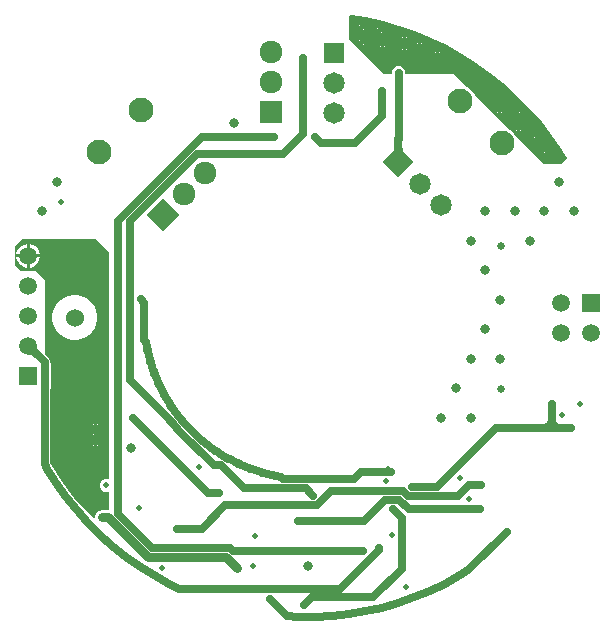
<source format=gbr>
%TF.GenerationSoftware,Altium Limited,Altium Designer,22.1.2 (22)*%
G04 Layer_Physical_Order=4*
G04 Layer_Color=16711680*
%FSLAX45Y45*%
%MOMM*%
%TF.SameCoordinates,A05C4332-DD78-49BD-A17D-671ED2E2A3CF*%
%TF.FilePolarity,Positive*%
%TF.FileFunction,Copper,L4,Bot,Signal*%
%TF.Part,Single*%
G01*
G75*
%TA.AperFunction,Conductor*%
%ADD28C,0.63500*%
%TA.AperFunction,ComponentPad*%
%ADD33R,1.50000X1.50000*%
%ADD34C,1.50000*%
%ADD35C,1.92000*%
%ADD36P,2.71529X4X90.0*%
%ADD37C,0.65000*%
%ADD38R,1.50000X1.50000*%
%ADD39R,1.81500X1.81500*%
%ADD40C,1.81500*%
%ADD41R,1.92000X1.92000*%
%ADD42C,2.10000*%
%ADD43P,2.56680X4X360.0*%
%TA.AperFunction,ViaPad*%
%ADD44C,1.52400*%
%ADD45C,0.80000*%
%ADD46C,0.50000*%
%TA.AperFunction,Conductor*%
%ADD47C,0.76200*%
G36*
X329217Y2355653D02*
X329996Y2349886D01*
X331333Y2344147D01*
X333228Y2338437D01*
X335681Y2332756D01*
X338692Y2327104D01*
X342261Y2321481D01*
X346388Y2315886D01*
X351074Y2310321D01*
X356317Y2304784D01*
X311416Y2259883D01*
X305879Y2265126D01*
X300313Y2269812D01*
X294719Y2273939D01*
X289096Y2277508D01*
X283443Y2280519D01*
X277762Y2282972D01*
X272053Y2284867D01*
X266314Y2286204D01*
X260546Y2286983D01*
X254750Y2287204D01*
X328996Y2361450D01*
X329217Y2355653D01*
D02*
G37*
G36*
X939800Y3149600D02*
Y1241540D01*
X929240Y1234484D01*
X925340Y1236100D01*
X903460D01*
X883245Y1227727D01*
X867773Y1212255D01*
X859400Y1192040D01*
Y1170160D01*
X867773Y1149945D01*
X883245Y1134473D01*
X903460Y1126100D01*
X925340D01*
X929240Y1127716D01*
X939800Y1120660D01*
Y976298D01*
X929983Y968241D01*
X928475Y968541D01*
X928474Y968540D01*
X876300D01*
X855581Y964419D01*
X838017Y952683D01*
X826281Y935119D01*
X822160Y914400D01*
X823177Y909283D01*
X811473Y903027D01*
X644958Y1069542D01*
X613920Y1108463D01*
X532721Y1222902D01*
X458066Y1341714D01*
X441366Y1371931D01*
Y1995245D01*
X443416Y2005551D01*
X443415Y2210849D01*
X441232Y2221827D01*
X441366Y2222499D01*
X441387Y2223354D01*
X442025Y2223528D01*
X441460Y2226372D01*
X440609Y2226303D01*
X437737Y2240741D01*
X433847Y2246562D01*
X427405Y2256204D01*
X410857Y2272753D01*
X410856Y2272753D01*
X395750Y2287860D01*
Y2918950D01*
X317500Y2997200D01*
X190500D01*
X139700Y3048000D01*
Y3200400D01*
X203200Y3263900D01*
X825500D01*
X939800Y3149600D01*
D02*
G37*
G36*
X3421161Y4054925D02*
X3423683Y4024376D01*
X3425891Y4011966D01*
X3428729Y4001465D01*
X3432198Y3992873D01*
X3436297Y3986190D01*
X3441027Y3981417D01*
X3446388Y3978553D01*
X3452379Y3977598D01*
X3325811D01*
X3331802Y3978553D01*
X3337163Y3981417D01*
X3341893Y3986190D01*
X3345993Y3992873D01*
X3349461Y4001465D01*
X3352300Y4011966D01*
X3354507Y4024376D01*
X3356084Y4038696D01*
X3357345Y4073064D01*
X3420845D01*
X3421161Y4054925D01*
D02*
G37*
G36*
X3116156Y5143738D02*
X3257281Y5111527D01*
X3396373Y5071455D01*
X3533007Y5023645D01*
X3666742Y4968250D01*
X3797158Y4905445D01*
X3923849Y4835425D01*
X4046417Y4758411D01*
X4164471Y4674647D01*
X4277650Y4584391D01*
X4385577Y4487940D01*
X4487938Y4385580D01*
X4584393Y4277647D01*
X4674645Y4164474D01*
X4758410Y4046419D01*
X4816913Y3953313D01*
X4762500Y3898900D01*
X4622800Y3898900D01*
X4380581Y4141119D01*
X4371546Y4156767D01*
X4347267Y4181046D01*
X4331619Y4190081D01*
X4194806Y4326894D01*
X4039486Y4482214D01*
X4039447Y4482361D01*
X4021674Y4513145D01*
X3996539Y4538280D01*
X3965755Y4556053D01*
X3965607Y4556093D01*
X3860800Y4660900D01*
X3447076D01*
X3445900Y4662660D01*
Y4684540D01*
X3437527Y4704755D01*
X3422055Y4720227D01*
X3401840Y4728600D01*
X3379960D01*
X3359745Y4720227D01*
X3344273Y4704755D01*
X3335900Y4684540D01*
Y4662660D01*
X3334724Y4660900D01*
X3263900D01*
X2971800Y4953000D01*
Y5155383D01*
X2984500Y5166107D01*
X3116156Y5143738D01*
D02*
G37*
G36*
X4718685Y1746885D02*
X4720590Y1736090D01*
X4723765Y1726565D01*
X4728210Y1718310D01*
X4733925Y1711325D01*
X4740910Y1705610D01*
X4749165Y1701165D01*
X4758690Y1697990D01*
X4769485Y1696085D01*
X4781550Y1695450D01*
X4686300Y1631950D01*
X4591050Y1695450D01*
X4603115Y1696085D01*
X4613910Y1697990D01*
X4623435Y1701165D01*
X4631690Y1705610D01*
X4638675Y1711325D01*
X4644390Y1718310D01*
X4648835Y1726565D01*
X4652010Y1736090D01*
X4653915Y1746885D01*
X4654550Y1758950D01*
X4718050D01*
X4718685Y1746885D01*
D02*
G37*
%LPC*%
G36*
X267218Y3224600D02*
X266700D01*
Y3136900D01*
X354400D01*
Y3137418D01*
X347558Y3162953D01*
X334340Y3185847D01*
X315647Y3204540D01*
X292753Y3217758D01*
X267218Y3224600D01*
D02*
G37*
G36*
X241300D02*
X240782D01*
X215247Y3217758D01*
X192353Y3204540D01*
X173660Y3185847D01*
X160442Y3162953D01*
X153600Y3137418D01*
Y3136900D01*
X241300D01*
Y3224600D01*
D02*
G37*
G36*
X354400Y3111500D02*
X266700D01*
Y3023800D01*
X267218D01*
X292753Y3030642D01*
X315647Y3043860D01*
X334340Y3062553D01*
X347558Y3085447D01*
X354400Y3110982D01*
Y3111500D01*
D02*
G37*
G36*
X241300D02*
X153600D01*
Y3110982D01*
X160442Y3085447D01*
X173660Y3062553D01*
X192353Y3043860D01*
X215247Y3030642D01*
X240782Y3023800D01*
X241300D01*
Y3111500D01*
D02*
G37*
G36*
X668713Y2790000D02*
X631287D01*
X594579Y2782698D01*
X560001Y2768375D01*
X528882Y2747582D01*
X502418Y2721118D01*
X481624Y2689998D01*
X467302Y2655421D01*
X460000Y2618713D01*
Y2581286D01*
X467302Y2544579D01*
X481624Y2510001D01*
X502418Y2478882D01*
X528882Y2452417D01*
X560001Y2431624D01*
X594579Y2417302D01*
X631287Y2410000D01*
X668713D01*
X705421Y2417302D01*
X739999Y2431624D01*
X771118Y2452417D01*
X797582Y2478882D01*
X818376Y2510001D01*
X832698Y2544579D01*
X840000Y2581286D01*
Y2618713D01*
X832698Y2655421D01*
X818376Y2689998D01*
X797582Y2721118D01*
X771118Y2747582D01*
X739999Y2768375D01*
X705421Y2782698D01*
X668713Y2790000D01*
D02*
G37*
G36*
X838200Y1736299D02*
Y1727200D01*
X847299D01*
X846694Y1728661D01*
X839661Y1735694D01*
X838200Y1736299D01*
D02*
G37*
G36*
X812800D02*
X811339Y1735694D01*
X804306Y1728661D01*
X803701Y1727200D01*
X812800D01*
Y1736299D01*
D02*
G37*
G36*
X847299Y1701800D02*
X838200D01*
Y1692701D01*
X839661Y1693306D01*
X846694Y1700339D01*
X847299Y1701800D01*
D02*
G37*
G36*
X812800D02*
X803701D01*
X804306Y1700339D01*
X811339Y1693306D01*
X812800Y1692701D01*
Y1701800D01*
D02*
G37*
G36*
X838200Y1647399D02*
Y1638300D01*
X847299D01*
X846694Y1639761D01*
X839661Y1646794D01*
X838200Y1647399D01*
D02*
G37*
G36*
X812800D02*
X811339Y1646794D01*
X804306Y1639761D01*
X803701Y1638300D01*
X812800D01*
Y1647399D01*
D02*
G37*
G36*
X847299Y1612900D02*
X838200D01*
Y1603801D01*
X839661Y1604406D01*
X846694Y1611439D01*
X847299Y1612900D01*
D02*
G37*
G36*
X812800D02*
X803701D01*
X804306Y1611439D01*
X811339Y1604406D01*
X812800Y1603801D01*
Y1612900D01*
D02*
G37*
G36*
X838200Y1558499D02*
Y1549400D01*
X847299D01*
X846694Y1550861D01*
X839661Y1557894D01*
X838200Y1558499D01*
D02*
G37*
G36*
X812800D02*
X811339Y1557894D01*
X804306Y1550861D01*
X803701Y1549400D01*
X812800D01*
Y1558499D01*
D02*
G37*
G36*
X847299Y1524000D02*
X838200D01*
Y1514901D01*
X839661Y1515506D01*
X846694Y1522539D01*
X847299Y1524000D01*
D02*
G37*
G36*
X812800D02*
X803701D01*
X804306Y1522539D01*
X811339Y1515506D01*
X812800Y1514901D01*
Y1524000D01*
D02*
G37*
G36*
X3086100Y5076399D02*
Y5067300D01*
X3095199D01*
X3094594Y5068761D01*
X3087561Y5075794D01*
X3086100Y5076399D01*
D02*
G37*
G36*
X3060700D02*
X3059239Y5075794D01*
X3052206Y5068761D01*
X3051601Y5067300D01*
X3060700D01*
Y5076399D01*
D02*
G37*
G36*
X3238500Y5050999D02*
Y5041900D01*
X3247599D01*
X3246994Y5043361D01*
X3239961Y5050394D01*
X3238500Y5050999D01*
D02*
G37*
G36*
X3213100D02*
X3211639Y5050394D01*
X3204606Y5043361D01*
X3204001Y5041900D01*
X3213100D01*
Y5050999D01*
D02*
G37*
G36*
X3095199Y5041900D02*
X3086100D01*
Y5032801D01*
X3087561Y5033406D01*
X3094594Y5040439D01*
X3095199Y5041900D01*
D02*
G37*
G36*
X3060700D02*
X3051601D01*
X3052206Y5040439D01*
X3059239Y5033406D01*
X3060700Y5032801D01*
Y5041900D01*
D02*
G37*
G36*
X3247599Y5016500D02*
X3238500D01*
Y5007401D01*
X3239961Y5008006D01*
X3246994Y5015039D01*
X3247599Y5016500D01*
D02*
G37*
G36*
X3213100D02*
X3204001D01*
X3204606Y5015039D01*
X3211639Y5008006D01*
X3213100Y5007401D01*
Y5016500D01*
D02*
G37*
G36*
X3454400Y5012899D02*
Y5003800D01*
X3463499D01*
X3462894Y5005261D01*
X3455861Y5012294D01*
X3454400Y5012899D01*
D02*
G37*
G36*
X3429000D02*
X3427539Y5012294D01*
X3420506Y5005261D01*
X3419901Y5003800D01*
X3429000D01*
Y5012899D01*
D02*
G37*
G36*
X3463499Y4978400D02*
X3454400D01*
Y4969301D01*
X3455861Y4969906D01*
X3462894Y4976939D01*
X3463499Y4978400D01*
D02*
G37*
G36*
X3429000D02*
X3419901D01*
X3420506Y4976939D01*
X3427539Y4969906D01*
X3429000Y4969301D01*
Y4978400D01*
D02*
G37*
G36*
X3581400Y4962099D02*
Y4953000D01*
X3590499D01*
X3589894Y4954461D01*
X3582861Y4961494D01*
X3581400Y4962099D01*
D02*
G37*
G36*
X3556000D02*
X3554539Y4961494D01*
X3547506Y4954461D01*
X3546901Y4953000D01*
X3556000D01*
Y4962099D01*
D02*
G37*
G36*
X3086100Y4949399D02*
Y4940300D01*
X3095199D01*
X3094594Y4941761D01*
X3087561Y4948794D01*
X3086100Y4949399D01*
D02*
G37*
G36*
X3060700D02*
X3059239Y4948794D01*
X3052206Y4941761D01*
X3051601Y4940300D01*
X3060700D01*
Y4949399D01*
D02*
G37*
G36*
X3263900Y4936699D02*
Y4927600D01*
X3272999D01*
X3272394Y4929061D01*
X3265361Y4936094D01*
X3263900Y4936699D01*
D02*
G37*
G36*
X3238500D02*
X3237039Y4936094D01*
X3230006Y4929061D01*
X3229401Y4927600D01*
X3238500D01*
Y4936699D01*
D02*
G37*
G36*
X3590499Y4927600D02*
X3581400D01*
Y4918501D01*
X3582861Y4919106D01*
X3589894Y4926139D01*
X3590499Y4927600D01*
D02*
G37*
G36*
X3556000D02*
X3546901D01*
X3547506Y4926139D01*
X3554539Y4919106D01*
X3556000Y4918501D01*
Y4927600D01*
D02*
G37*
G36*
X3095199Y4914900D02*
X3086100D01*
Y4905801D01*
X3087561Y4906406D01*
X3094594Y4913439D01*
X3095199Y4914900D01*
D02*
G37*
G36*
X3060700D02*
X3051601D01*
X3052206Y4913439D01*
X3059239Y4906406D01*
X3060700Y4905801D01*
Y4914900D01*
D02*
G37*
G36*
X3454400Y4911299D02*
Y4902200D01*
X3463499D01*
X3462894Y4903661D01*
X3455861Y4910694D01*
X3454400Y4911299D01*
D02*
G37*
G36*
X3429000D02*
X3427539Y4910694D01*
X3420506Y4903661D01*
X3419901Y4902200D01*
X3429000D01*
Y4911299D01*
D02*
G37*
G36*
X3272999Y4902200D02*
X3263900D01*
Y4893101D01*
X3265361Y4893706D01*
X3272394Y4900739D01*
X3272999Y4902200D01*
D02*
G37*
G36*
X3238500D02*
X3229401D01*
X3230006Y4900739D01*
X3237039Y4893706D01*
X3238500Y4893101D01*
Y4902200D01*
D02*
G37*
G36*
X3733800Y4885899D02*
Y4876800D01*
X3742899D01*
X3742294Y4878261D01*
X3735261Y4885294D01*
X3733800Y4885899D01*
D02*
G37*
G36*
X3708400D02*
X3706939Y4885294D01*
X3699906Y4878261D01*
X3699301Y4876800D01*
X3708400D01*
Y4885899D01*
D02*
G37*
G36*
X3463499Y4876800D02*
X3454400D01*
Y4867701D01*
X3455861Y4868306D01*
X3462894Y4875339D01*
X3463499Y4876800D01*
D02*
G37*
G36*
X3429000D02*
X3419901D01*
X3420506Y4875339D01*
X3427539Y4868306D01*
X3429000Y4867701D01*
Y4876800D01*
D02*
G37*
G36*
X3742899Y4851400D02*
X3733800D01*
Y4842301D01*
X3735261Y4842906D01*
X3742294Y4849939D01*
X3742899Y4851400D01*
D02*
G37*
G36*
X3708400D02*
X3699301D01*
X3699906Y4849939D01*
X3706939Y4842906D01*
X3708400Y4842301D01*
Y4851400D01*
D02*
G37*
G36*
X4254500Y4377899D02*
Y4368800D01*
X4263599D01*
X4262994Y4370261D01*
X4255961Y4377294D01*
X4254500Y4377899D01*
D02*
G37*
G36*
X4229100D02*
X4227639Y4377294D01*
X4220606Y4370261D01*
X4220001Y4368800D01*
X4229100D01*
Y4377899D01*
D02*
G37*
G36*
X4408361Y4373693D02*
Y4364594D01*
X4417460D01*
X4416855Y4366055D01*
X4409823Y4373088D01*
X4408361Y4373693D01*
D02*
G37*
G36*
X4382961D02*
X4381500Y4373088D01*
X4374468Y4366055D01*
X4373862Y4364594D01*
X4382961D01*
Y4373693D01*
D02*
G37*
G36*
X4263599Y4343400D02*
X4254500D01*
Y4334301D01*
X4255961Y4334906D01*
X4262994Y4341939D01*
X4263599Y4343400D01*
D02*
G37*
G36*
X4229100D02*
X4220001D01*
X4220606Y4341939D01*
X4227639Y4334906D01*
X4229100Y4334301D01*
Y4343400D01*
D02*
G37*
G36*
X4417460Y4339194D02*
X4408361D01*
Y4330095D01*
X4409823Y4330700D01*
X4416855Y4337732D01*
X4417460Y4339194D01*
D02*
G37*
G36*
X4382961D02*
X4373862D01*
X4374468Y4337732D01*
X4381500Y4330700D01*
X4382961Y4330095D01*
Y4339194D01*
D02*
G37*
G36*
X4419600Y4225499D02*
Y4216400D01*
X4428699D01*
X4428094Y4217861D01*
X4421061Y4224894D01*
X4419600Y4225499D01*
D02*
G37*
G36*
X4394200D02*
X4392739Y4224894D01*
X4385706Y4217861D01*
X4385101Y4216400D01*
X4394200D01*
Y4225499D01*
D02*
G37*
G36*
X4428699Y4191000D02*
X4419600D01*
Y4181901D01*
X4421061Y4182506D01*
X4428094Y4189539D01*
X4428699Y4191000D01*
D02*
G37*
G36*
X4394200D02*
X4385101D01*
X4385706Y4189539D01*
X4392739Y4182506D01*
X4394200Y4181901D01*
Y4191000D01*
D02*
G37*
G36*
X4572000Y4161999D02*
Y4152900D01*
X4581099D01*
X4580494Y4154361D01*
X4573461Y4161394D01*
X4572000Y4161999D01*
D02*
G37*
G36*
X4546600D02*
X4545139Y4161394D01*
X4538106Y4154361D01*
X4537501Y4152900D01*
X4546600D01*
Y4161999D01*
D02*
G37*
G36*
X4581099Y4127500D02*
X4572000D01*
Y4118401D01*
X4573461Y4119006D01*
X4580494Y4126039D01*
X4581099Y4127500D01*
D02*
G37*
G36*
X4546600D02*
X4537501D01*
X4538106Y4126039D01*
X4545139Y4119006D01*
X4546600Y4118401D01*
Y4127500D01*
D02*
G37*
G36*
X4619199Y4034999D02*
Y4025900D01*
X4628298D01*
X4627693Y4027361D01*
X4620660Y4034394D01*
X4619199Y4034999D01*
D02*
G37*
G36*
X4593799D02*
X4592338Y4034394D01*
X4585305Y4027361D01*
X4584700Y4025900D01*
X4593799D01*
Y4034999D01*
D02*
G37*
G36*
X4628298Y4000500D02*
X4619199D01*
Y3991401D01*
X4620660Y3992006D01*
X4627693Y3999039D01*
X4628298Y4000500D01*
D02*
G37*
G36*
X4593799D02*
X4584700D01*
X4585305Y3999039D01*
X4592338Y3992006D01*
X4593799Y3991401D01*
Y4000500D01*
D02*
G37*
%LPD*%
D28*
X393699Y2222500D02*
G03*
X395750Y2210849I63293J5131D01*
G01*
X1473236Y1838770D02*
G03*
X1473110Y1838942I-51373J-37324D01*
G01*
X1261357Y2343922D02*
G03*
X1261361Y2343902I62173J12916D01*
G01*
X2343902Y1261361D02*
G03*
X2343922Y1261357I12936J62169D01*
G01*
X2412455Y3987255D02*
X2578100Y4152900D01*
Y4356100D01*
X1686992Y3987255D02*
X2412455D01*
X1303028Y652772D02*
X1962052D01*
X1992525Y622300D01*
X3086100D01*
X4686300Y1663700D02*
X4851400D01*
X4214104D02*
X4686300D01*
Y1870550D01*
X3718804Y1168400D02*
X4214104Y1663700D01*
X3505200Y1168400D02*
X3718804D01*
X3416300Y469900D02*
Y901700D01*
X3342550Y975450D02*
X3416300Y901700D01*
X3475578Y977900D02*
X4075797D01*
X3471172Y1086250D02*
X3891072D01*
X1727200Y812800D02*
X1924450Y1010050D01*
X3891072Y1086250D02*
X3985922Y1181100D01*
X3426322Y1131100D02*
X3471172Y1086250D01*
X2822078Y1131100D02*
X3426322D01*
X2701028Y1010050D02*
X2822078Y1131100D01*
X2540000Y876300D02*
X3096455D01*
X3277756Y1057600D02*
X3395878D01*
X3096455Y876300D02*
X3277756Y1057600D01*
X3395878D02*
X3475578Y977900D01*
X1924450Y1010050D02*
X2701028D01*
X3985922Y1181100D02*
X4089400D01*
X2590800Y165100D02*
X2657000Y231300D01*
X3177700D01*
X3416300Y469900D01*
X1016000Y939800D02*
X1303028Y652772D01*
X1016000Y939800D02*
Y2857500D01*
Y3420208D01*
X3389095Y4112995D02*
X3390900Y4114800D01*
Y4673600D01*
X3389095Y3913405D02*
Y4112995D01*
X2679700Y4127500D02*
X2730500Y4076700D01*
X3022600D01*
X1016000Y3420208D02*
X1723292Y4127500D01*
X2336800D01*
X3251200Y4305300D02*
Y4521200D01*
X3022600Y4076700D02*
X3251200Y4305300D01*
X1117600Y3417863D02*
X1686992Y3987255D01*
X1117600Y2070100D02*
Y3417863D01*
Y2070100D02*
X1458379Y1729321D01*
X1513722Y1660715D02*
X1823785Y1350652D01*
X1887848D01*
X1531983Y304800D02*
X2895600D01*
X3225800Y635000D01*
X2444733Y69866D02*
X2541203Y64449D01*
X1442638Y347826D02*
X1531983Y304800D01*
X2298700Y215900D02*
X2427593Y87006D01*
X1317486Y416995D02*
X1442638Y347826D01*
X2427593Y87006D02*
X2444733Y69866D01*
X1479304Y1700804D02*
Y1706685D01*
Y1700804D02*
X1513722Y1666387D01*
Y1660715D02*
Y1666387D01*
X1458379Y1727611D02*
Y1729321D01*
Y1727611D02*
X1479304Y1706685D01*
X664974Y967992D02*
X760260Y861368D01*
X575819Y1079790D02*
X664974Y967992D01*
X416995Y1317486D02*
X493072Y1196410D01*
X393700Y1359636D02*
X416995Y1317486D01*
X393700Y1359636D02*
Y2003501D01*
X395750Y2005551D01*
X395750Y2210849D02*
X395750Y2005551D01*
X377151Y2239049D02*
X393699Y2222500D01*
X760260Y861368D02*
X861368Y760260D01*
X493072Y1196410D02*
X575819Y1079790D01*
X254000Y2362200D02*
X377151Y2239049D01*
X1194957Y494103D02*
X1196410Y493072D01*
X1317486Y416995D01*
X1079790Y575819D02*
X1194957Y494103D01*
X861368Y760260D02*
X967992Y664974D01*
X1079790Y575819D01*
X3225800Y635000D02*
Y647700D01*
X1143000Y1752600D02*
X1778000Y1117600D01*
X1866900D01*
X2578100Y4356100D02*
Y4800600D01*
X1579404Y1702657D02*
X1596241Y1682140D01*
X1682140Y1596241D02*
X1702657Y1579404D01*
X1533320Y1756614D02*
X1579404Y1702657D01*
X1596241Y1682140D02*
X1682140Y1596241D01*
X1702657Y1579404D02*
X1756612Y1533321D01*
X1758055Y1531879D02*
X1772676Y1519602D01*
X1413362Y1933980D02*
X1414826Y1932516D01*
X2244567Y1284713D02*
X2246638D01*
X1405333Y1948008D02*
X1410446Y1939663D01*
X2238309Y1286712D02*
X2244567Y1284713D01*
X1783954Y1513062D02*
X1783954D01*
X1772676Y1519602D02*
X1783954Y1513062D01*
X2228971Y1288954D02*
X2238309Y1286712D01*
X1410446Y1939663D02*
X1413362Y1933980D01*
X1523304Y1768340D02*
X1531879Y1758055D01*
X1513062Y1783954D02*
Y1783954D01*
X1531879Y1758055D02*
X1533320Y1756614D01*
X1513062Y1783954D02*
X1523304Y1768340D01*
X1756612Y1533321D02*
X1758055Y1531879D01*
X1206500Y2755900D02*
X1235950Y2726450D01*
Y2435243D02*
Y2726450D01*
Y2435243D02*
X1235950Y2435243D01*
Y2408950D02*
Y2435243D01*
X1511300Y812800D02*
X1727200D01*
X2082800Y1155700D02*
X2603500D01*
X1887848Y1350652D02*
X2082800Y1155700D01*
X2603500D02*
X2667000Y1092200D01*
X1286614Y2238716D02*
X1289549Y2226491D01*
X1291084Y2224956D01*
X1314707Y2152254D01*
X1314707Y2152254D02*
X1316887Y2145544D01*
Y2143447D02*
Y2145544D01*
Y2143447D02*
X1320047Y2135818D01*
X1323259Y2125934D01*
X1324765Y2124427D01*
X1353603Y2054806D01*
X1353604Y2054805D02*
X1356732Y2047253D01*
Y2045123D02*
Y2047253D01*
Y2045123D02*
X1361447Y2035869D01*
X1364610Y2028234D01*
X1366093Y2026751D01*
X1369295Y2020465D01*
Y2020465D02*
X1404001Y1952352D01*
X1405333Y1948008D01*
X1414826Y1932516D02*
X1453079Y1870093D01*
X1453079Y1870092D02*
X1458403Y1861405D01*
Y1859187D02*
Y1861405D01*
Y1859187D02*
X1467089Y1847230D01*
X1469228Y1843740D01*
X1470678Y1842290D01*
X1473110Y1838942D01*
X1473236Y1838770D02*
X1513062Y1783954D01*
X1783954Y1513062D02*
X1838770Y1473236D01*
X1838771Y1473236D02*
X1842289Y1470679D01*
X1843740Y1469228D01*
X1847216Y1467098D01*
X1859187Y1458403D01*
X1861405D01*
X1870092Y1453079D01*
Y1453079D02*
X1932516Y1414826D01*
X1933980Y1413362D01*
X1939465Y1410567D01*
X1950182Y1404001D01*
X1952352D01*
X1960559Y1399819D01*
X1960559Y1399819D02*
X2020465Y1369295D01*
X1235950Y2408950D02*
X1253902Y2390997D01*
X2020465Y1369295D02*
X2026751Y1366093D01*
X1253902Y2390997D02*
X1259726Y2354229D01*
X2026751Y1366093D02*
X2028234Y1364610D01*
X1259726Y2354229D02*
X1260407Y2349932D01*
X2028234Y1364610D02*
X2035861Y1361451D01*
X1260407Y2347880D02*
Y2349932D01*
X2035861Y1361451D02*
X2045123Y1356732D01*
X1260407Y2347880D02*
X1261357Y2343922D01*
X2045123Y1356732D02*
X2047253D01*
X2054805Y1353604D01*
X1261361Y2343902D02*
X1263674Y2329304D01*
X2054806Y1353603D02*
X2124427Y1324765D01*
X1263674Y2329304D02*
X1265243Y2327734D01*
X2124427Y1324765D02*
X2125933Y1323259D01*
X1265243Y2327734D02*
X1267621Y2317828D01*
X2125933Y1323259D02*
X2135812Y1320049D01*
X1267621Y2317827D02*
X1283357Y2252285D01*
X2135812Y1320049D02*
X2143445Y1316888D01*
X1283357Y2252285D02*
X1284713Y2246638D01*
X2143445Y1316888D02*
X2145544Y1316887D01*
X1284713Y2244567D02*
Y2246638D01*
X2145544Y1316887D02*
X2152254Y1314707D01*
X1284713Y2244567D02*
X1286614Y2238716D01*
X2152254Y1314707D02*
X2224956Y1291084D01*
X2228971Y1288954D01*
X2246638Y1284713D02*
X2252285Y1283357D01*
X2252285D02*
X2317827Y1267621D01*
X2317828D02*
X2327734Y1265243D01*
X2329303Y1263674D01*
X2343902Y1261361D01*
X2343922Y1261357D02*
X2347880Y1260407D01*
X2349932D01*
X2354229Y1259726D01*
X2354229D02*
X2390998Y1253902D01*
X2408951Y1235950D01*
X2435244Y1235950D01*
X3012157D01*
X3071607Y1295400D01*
X3327400D01*
X3907913Y416995D02*
X3980512Y462612D01*
X3782761Y347826D02*
X3907913Y416995D01*
X3980512Y462612D02*
X4305300Y787400D01*
X3249441Y144247D02*
X3251153Y144740D01*
X3110034Y112429D02*
X3249441Y144247D01*
X2969061Y88476D02*
X3110034Y112429D01*
X2826966Y72466D02*
X2969061Y88476D01*
X2684197Y64449D02*
X2826966Y72466D01*
X2541203Y64449D02*
X2684197D01*
X3251153Y144740D02*
X3386849Y183834D01*
X3521818Y231061D01*
X3653928Y285783D01*
X3782761Y347826D01*
D33*
X254000Y2108200D02*
D03*
D34*
Y2362200D02*
D03*
Y2616200D02*
D03*
Y2870200D02*
D03*
Y3124200D02*
D03*
X4762800Y2727000D02*
D03*
Y2473000D02*
D03*
X5016800D02*
D03*
D35*
X1754405Y3824505D02*
D03*
X1574800Y3644900D02*
D03*
X2311400Y4597400D02*
D03*
Y4851400D02*
D03*
D36*
X1395195Y3465295D02*
D03*
D37*
X4254800Y1992383D02*
D03*
Y3208541D02*
D03*
D38*
X5016800Y2727000D02*
D03*
D39*
X2844800Y4838700D02*
D03*
D40*
X2844800Y4584700D02*
D03*
X2844800Y4330700D02*
D03*
X3568700Y3733800D02*
D03*
X3748305Y3554195D02*
D03*
D41*
X2311400Y4343400D02*
D03*
D42*
X4267200Y4076700D02*
D03*
X3913647Y4430253D02*
D03*
X1206500Y4356100D02*
D03*
X852947Y4002547D02*
D03*
D43*
X3389095Y3913405D02*
D03*
D44*
X650000Y2600000D02*
D03*
D45*
X4750000Y3750000D02*
D03*
X4875000Y3500000D02*
D03*
X4625000D02*
D03*
X4500000Y3250000D02*
D03*
X4375000Y3500000D02*
D03*
X4250000Y2750000D02*
D03*
Y2250000D02*
D03*
X4125000Y3500000D02*
D03*
X4000000Y3250000D02*
D03*
X4125000Y3000000D02*
D03*
Y2500000D02*
D03*
X4000000Y2250000D02*
D03*
Y1750000D02*
D03*
X3875000Y2000000D02*
D03*
X3750000Y1750000D02*
D03*
X2625000Y500000D02*
D03*
X2000000Y4250000D02*
D03*
X1125000Y1500000D02*
D03*
X500000Y3750000D02*
D03*
X375000Y3500000D02*
D03*
D46*
X4559300Y4140200D02*
D03*
X4241800Y4356100D02*
D03*
X4395661Y4351894D02*
D03*
X4406900Y4203700D02*
D03*
X1701800Y1333500D02*
D03*
X3334150Y756050D02*
D03*
X2159000Y495300D02*
D03*
X3454400Y317500D02*
D03*
X533400Y3581400D02*
D03*
X3911181Y1244600D02*
D03*
X3342550Y975450D02*
D03*
X3282316Y1213250D02*
D03*
X3505200Y1168400D02*
D03*
X2590800Y165100D02*
D03*
X1390387Y482600D02*
D03*
X914400Y1181100D02*
D03*
X1193800Y990600D02*
D03*
X3390900Y4673600D02*
D03*
X3441700Y4889500D02*
D03*
X3251200Y4914900D02*
D03*
X3073400Y4927600D02*
D03*
Y5054600D02*
D03*
X3225800Y5029200D02*
D03*
X3441700Y4991100D02*
D03*
X3568700Y4940300D02*
D03*
X3721100Y4864100D02*
D03*
X4606499Y4013200D02*
D03*
X2679700Y4127500D02*
D03*
X2336800D02*
D03*
X3251200Y4521200D02*
D03*
X825500Y1625600D02*
D03*
Y1536700D02*
D03*
X2298700Y215900D02*
D03*
X3225800Y647700D02*
D03*
X2019300Y482600D02*
D03*
X825500Y1714500D02*
D03*
X1143000Y1752600D02*
D03*
X1866900Y1117600D02*
D03*
X1879600Y965200D02*
D03*
X2578100Y4800600D02*
D03*
Y4356100D02*
D03*
X1206500Y2755900D02*
D03*
X1016000Y2857500D02*
D03*
X1511300Y812800D02*
D03*
X2667000Y1092200D02*
D03*
X3302000Y1320800D02*
D03*
X4305300Y787400D02*
D03*
X3086100Y622300D02*
D03*
X4089400Y1181100D02*
D03*
X3987800Y1066800D02*
D03*
X4075797Y977900D02*
D03*
X2171700Y749300D02*
D03*
X2540000Y876300D02*
D03*
X3416300Y469900D02*
D03*
X4775200Y1778000D02*
D03*
X4851400Y1663700D02*
D03*
X4686300Y1870550D02*
D03*
X4927600Y1866900D02*
D03*
D47*
X876300Y914400D02*
X928475D01*
X1269953Y572922D01*
X1928978D01*
X2019300Y482600D01*
%TF.MD5,3999a8571e5a7af6560eb954450fb1eb*%
M02*

</source>
